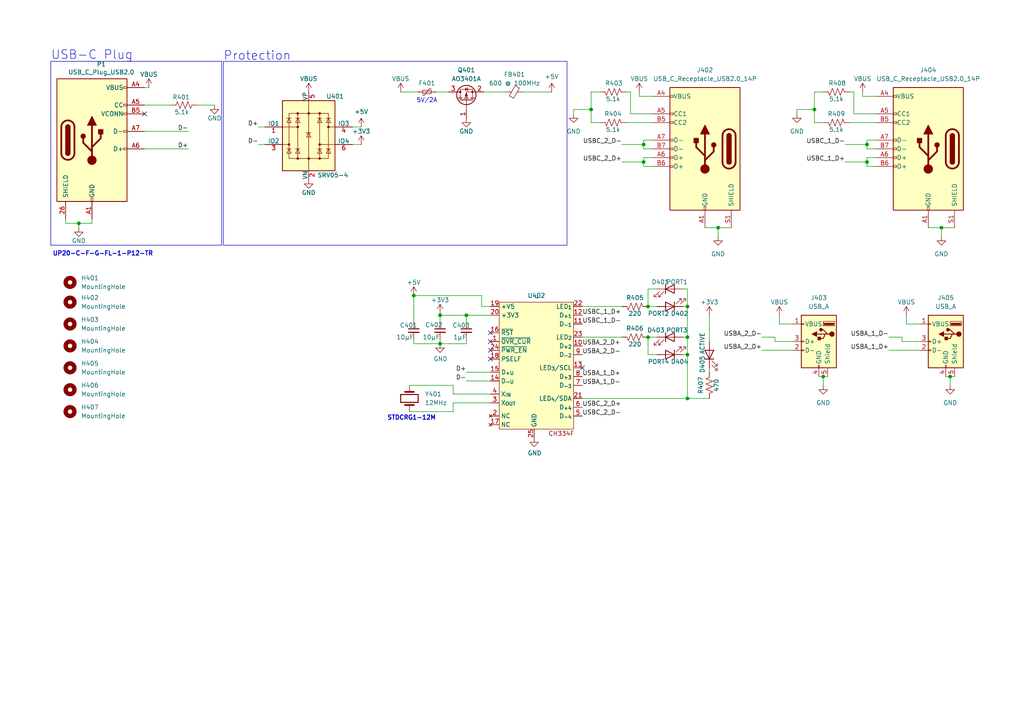
<source format=kicad_sch>
(kicad_sch (version 20250114) (generator "eeschema") (generator_version "9.0")
  (paper "A4")
  (lib_symbols
    (symbol "Connector:USB_A" (pin_names (offset 1.016))
      (property "Reference" "J" (at -5.08 11.43 0))
      (property "Value" "USB_A" (at -5.08 8.89 0))
      (symbol "USB_A_0_1"
        (rectangle (start -5.08 -7.62) (end 5.08 7.62) (stroke (width 0.254)) (fill (type background)))
        (circle (center -3.81 2.159) (radius 0.635) (stroke (width 0.254)) (fill (type outline)))
        (polyline (pts (xy -3.175 2.159) (xy -2.54 2.159) (xy -1.27 3.429) (xy -0.635 3.429)) (stroke (width 0.254)))
        (polyline (pts (xy -2.54 2.159) (xy -1.905 2.159) (xy -1.27 0.889) (xy 0 0.889)) (stroke (width 0.254)))
        (rectangle (start -1.524 4.826) (end -4.318 5.334) (fill (type outline)))
        (rectangle (start -1.27 4.572) (end -4.572 5.842))
        (circle (center -0.635 3.429) (radius 0.381) (stroke (width 0.254)) (fill (type outline)))
        (rectangle (start -0.127 -7.62) (end 0.127 -6.858))
        (rectangle (start 0.254 1.27) (end -0.508 0.508) (stroke (width 0.254)) (fill (type outline)))
        (polyline (pts (xy 0.635 2.794) (xy 0.635 1.524) (xy 1.905 2.159) (xy 0.635 2.794)) (stroke (width 0.254)) (fill (type outline)))
        (rectangle (start 5.08 4.953) (end 4.318 5.207))
        (rectangle (start 5.08 -0.127) (end 4.318 0.127))
        (rectangle (start 5.08 -2.667) (end 4.318 -2.413))
      )
      (symbol "USB_A_1_1"
        (polyline (pts (xy -1.905 2.159) (xy 0.635 2.159)) (stroke (width 0.254)))
        (pin passive line (at -2.54 -10.16 90) (length 2.54) (name "Shield") (number "5"))
        (pin power_in line (at 0 -10.16 90) (length 2.54) (name "GND") (number "4"))
        (pin power_in line (at 7.62 5.08 180) (length 2.54) (name "VBUS") (number "1"))
        (pin bidirectional line (at 7.62 0 180) (length 2.54) (name "D+") (number "3"))
        (pin bidirectional line (at 7.62 -2.54 180) (length 2.54) (name "D-") (number "2"))
      )
    )
    (symbol "Connector:USB_C_Receptacle_USB2.0_14P" (pin_names (offset 1.016))
      (property "Reference" "J" (at 0 22.225 0))
      (property "Value" "USB_C_Receptacle_USB2.0_14P" (at 0 19.685 0))
      (symbol "USB_C_Receptacle_USB2.0_14P_0_0"
        (rectangle (start -0.254 -17.78) (end 0.254 -16.764))
        (rectangle (start 10.16 15.494) (end 9.144 14.986))
        (rectangle (start 10.16 10.414) (end 9.144 9.906))
        (rectangle (start 10.16 7.874) (end 9.144 7.366))
        (rectangle (start 10.16 2.794) (end 9.144 2.286))
        (rectangle (start 10.16 0.254) (end 9.144 -0.254))
        (rectangle (start 10.16 -2.286) (end 9.144 -2.794))
        (rectangle (start 10.16 -4.826) (end 9.144 -5.334))
      )
      (symbol "USB_C_Receptacle_USB2.0_14P_0_1"
        (rectangle (start -10.16 17.78) (end 10.16 -17.78) (stroke (width 0.254)) (fill (type background)))
        (polyline (pts (xy -8.89 -3.81) (xy -8.89 3.81)) (stroke (width 0.508)))
        (rectangle (start -7.62 -3.81) (end -6.35 3.81) (stroke (width 0.254)) (fill (type outline)))
        (arc (start -7.62 3.81) (mid -6.985 4.4423) (end -6.35 3.81) (stroke (width 0.254)))
        (arc (start -7.62 3.81) (mid -6.985 4.4423) (end -6.35 3.81) (stroke (width 0.254)) (fill (type outline)))
        (arc (start -8.89 3.81) (mid -6.985 5.7067) (end -5.08 3.81) (stroke (width 0.508)))
        (arc (start -5.08 -3.81) (mid -6.985 -5.7067) (end -8.89 -3.81) (stroke (width 0.508)))
        (arc (start -6.35 -3.81) (mid -6.985 -4.4423) (end -7.62 -3.81) (stroke (width 0.254)))
        (arc (start -6.35 -3.81) (mid -6.985 -4.4423) (end -7.62 -3.81) (stroke (width 0.254)) (fill (type outline)))
        (polyline (pts (xy -5.08 3.81) (xy -5.08 -3.81)) (stroke (width 0.508)))
        (circle (center -2.54 1.143) (radius 0.635) (stroke (width 0.254)) (fill (type outline)))
        (polyline (pts (xy -1.27 4.318) (xy 0 6.858) (xy 1.27 4.318) (xy -1.27 4.318)) (stroke (width 0.254)) (fill (type outline)))
        (polyline (pts (xy 0 -2.032) (xy 2.54 0.508) (xy 2.54 1.778)) (stroke (width 0.508)))
        (polyline (pts (xy 0 -3.302) (xy -2.54 -0.762) (xy -2.54 0.508)) (stroke (width 0.508)))
        (polyline (pts (xy 0 -5.842) (xy 0 4.318)) (stroke (width 0.508)))
        (circle (center 0 -5.842) (radius 1.27) (fill (type outline)))
        (rectangle (start 1.905 1.778) (end 3.175 3.048) (stroke (width 0.254)) (fill (type outline)))
      )
      (symbol "USB_C_Receptacle_USB2.0_14P_1_1"
        (pin passive line (at -7.62 -22.86 90) (length 5.08) (name "SHIELD") (number "S1"))
        (pin passive line (at 0 -22.86 90) (length 5.08) (name "GND") (number "A1"))
        (pin passive line (at 0 -22.86 90) (length 5.08) (hide yes) (name "GND") (number "A12"))
        (pin passive line (at 0 -22.86 90) (length 5.08) (hide yes) (name "GND") (number "B1"))
        (pin passive line (at 0 -22.86 90) (length 5.08) (hide yes) (name "GND") (number "B12"))
        (pin passive line (at 15.24 15.24 180) (length 5.08) (name "VBUS") (number "A4"))
        (pin passive line (at 15.24 15.24 180) (length 5.08) (hide yes) (name "VBUS") (number "A9"))
        (pin passive line (at 15.24 15.24 180) (length 5.08) (hide yes) (name "VBUS") (number "B4"))
        (pin passive line (at 15.24 15.24 180) (length 5.08) (hide yes) (name "VBUS") (number "B9"))
        (pin bidirectional line (at 15.24 10.16 180) (length 5.08) (name "CC1") (number "A5"))
        (pin bidirectional line (at 15.24 7.62 180) (length 5.08) (name "CC2") (number "B5"))
        (pin bidirectional line (at 15.24 2.54 180) (length 5.08) (name "D-") (number "A7"))
        (pin bidirectional line (at 15.24 0 180) (length 5.08) (name "D-") (number "B7"))
        (pin bidirectional line (at 15.24 -2.54 180) (length 5.08) (name "D+") (number "A6"))
        (pin bidirectional line (at 15.24 -5.08 180) (length 5.08) (name "D+") (number "B6"))
      )
    )
    (symbol "Device:C_Small" (pin_numbers (hide yes)) (pin_names (offset 0.254) (hide yes))
      (property "Reference" "C" (at 0.254 1.778 0))
      (property "Value" "C_Small" (at 0.254 -2.032 0))
      (symbol "C_Small_0_1"
        (polyline (pts (xy -1.524 0.508) (xy 1.524 0.508)) (stroke (width 0.3048)))
        (polyline (pts (xy -1.524 -0.508) (xy 1.524 -0.508)) (stroke (width 0.3302)))
      )
      (symbol "C_Small_1_1"
        (pin passive line (at 0 2.54 270) (length 2.032) (name "~") (number "1"))
        (pin passive line (at 0 -2.54 90) (length 2.032) (name "~") (number "2"))
      )
    )
    (symbol "Device:Crystal" (pin_numbers (hide yes)) (pin_names (offset 1.016) (hide yes))
      (property "Reference" "Y" (at 0 3.81 0))
      (property "Value" "Crystal" (at 0 -3.81 0))
      (symbol "Crystal_0_1"
        (polyline (pts (xy -2.54 0) (xy -1.905 0)))
        (polyline (pts (xy -1.905 -1.27) (xy -1.905 1.27)) (stroke (width 0.508)))
        (rectangle (start -1.143 2.54) (end 1.143 -2.54) (stroke (width 0.3048)))
        (polyline (pts (xy 1.905 -1.27) (xy 1.905 1.27)) (stroke (width 0.508)))
        (polyline (pts (xy 2.54 0) (xy 1.905 0)))
      )
      (symbol "Crystal_1_1"
        (pin passive line (at -3.81 0 0) (length 1.27) (name "1") (number "1"))
        (pin passive line (at 3.81 0 180) (length 1.27) (name "2") (number "2"))
      )
    )
    (symbol "Device:FerriteBead_Small" (pin_numbers (hide yes)) (pin_names (offset 0))
      (property "Reference" "FB" (at 1.905 1.27 0))
      (property "Value" "FerriteBead_Small" (at 1.905 -1.27 0))
      (symbol "FerriteBead_Small_0_1"
        (polyline (pts (xy -1.8288 0.2794) (xy -1.1176 1.4986) (xy 1.8288 -0.2032) (xy 1.1176 -1.4224) (xy -1.8288 0.2794)))
        (polyline (pts (xy 0 0.889) (xy 0 1.2954)))
        (polyline (pts (xy 0 -1.27) (xy 0 -0.7874)))
      )
      (symbol "FerriteBead_Small_1_1"
        (pin passive line (at 0 2.54 270) (length 1.27) (name "~") (number "1"))
        (pin passive line (at 0 -2.54 90) (length 1.27) (name "~") (number "2"))
      )
    )
    (symbol "Device:LED" (pin_numbers (hide yes)) (pin_names (offset 1.016) (hide yes))
      (property "Reference" "D" (at 0 2.54 0))
      (property "Value" "LED" (at 0 -2.54 0))
      (symbol "LED_0_1"
        (polyline (pts (xy -3.048 -0.762) (xy -4.572 -2.286) (xy -3.81 -2.286) (xy -4.572 -2.286) (xy -4.572 -1.524)))
        (polyline (pts (xy -1.778 -0.762) (xy -3.302 -2.286) (xy -2.54 -2.286) (xy -3.302 -2.286) (xy -3.302 -1.524)))
        (polyline (pts (xy -1.27 0) (xy 1.27 0)))
        (polyline (pts (xy -1.27 -1.27) (xy -1.27 1.27)) (stroke (width 0.254)))
        (polyline (pts (xy 1.27 -1.27) (xy 1.27 1.27) (xy -1.27 0) (xy 1.27 -1.27)) (stroke (width 0.254)))
      )
      (symbol "LED_1_1"
        (pin passive line (at -3.81 0 0) (length 2.54) (name "K") (number "1"))
        (pin passive line (at 3.81 0 180) (length 2.54) (name "A") (number "2"))
      )
    )
    (symbol "Device:Polyfuse_Small" (pin_numbers (hide yes)) (pin_names (offset 0))
      (property "Reference" "F" (at -1.905 0 90))
      (property "Value" "Polyfuse_Small" (at 1.905 0 90))
      (symbol "Polyfuse_Small_0_1"
        (polyline (pts (xy -1.016 1.27) (xy -1.016 0.762) (xy 1.016 -0.762) (xy 1.016 -1.27)))
        (rectangle (start -0.508 1.27) (end 0.508 -1.27))
        (polyline (pts (xy 0 2.54) (xy 0 -2.54)))
      )
      (symbol "Polyfuse_Small_1_1"
        (pin passive line (at 0 2.54 270) (length 0.635) (name "~") (number "1"))
        (pin passive line (at 0 -2.54 90) (length 0.635) (name "~") (number "2"))
      )
    )
    (symbol "Device:R_US" (pin_numbers (hide yes)) (pin_names (offset 0))
      (property "Reference" "R" (at 2.54 0 90))
      (property "Value" "R_US" (at -2.54 0 90))
      (symbol "R_US_0_1"
        (polyline (pts (xy 0 2.286) (xy 0 2.54)))
        (polyline (pts (xy 0 2.286) (xy 1.016 1.905) (xy 0 1.524) (xy -1.016 1.143) (xy 0 0.762)))
        (polyline (pts (xy 0 0.762) (xy 1.016 0.381) (xy 0 0) (xy -1.016 -0.381) (xy 0 -0.762)))
        (polyline (pts (xy 0 -0.762) (xy 1.016 -1.143) (xy 0 -1.524) (xy -1.016 -1.905) (xy 0 -2.286)))
        (polyline (pts (xy 0 -2.286) (xy 0 -2.54)))
      )
      (symbol "R_US_1_1"
        (pin passive line (at 0 3.81 270) (length 1.27) (name "~") (number "1"))
        (pin passive line (at 0 -3.81 90) (length 1.27) (name "~") (number "2"))
      )
    )
    (symbol "JT_CH334F:CH334F"
      (property "Reference" "U" (at 0 2.54 0))
      (symbol "CH334F_0_1"
        (rectangle (start -10.16 1.27) (end 11.43 -35.56) (fill (type background)))
      )
      (symbol "CH334F_1_1"
        (text "CH334F" (at 7.874 -36.83 0) (effects (font (size 1.27 1.27))))
        (pin power_in line (at -12.7 0 0) (length 2.54) (name "+V5") (number "19"))
        (pin power_out line (at -12.7 -2.54 0) (length 2.54) (name "+3V3") (number "20"))
        (pin bidirectional line (at -12.7 -7.62 0) (length 2.54) (name "~{RST}") (number "16"))
        (pin bidirectional line (at -12.7 -10.16 0) (length 2.54) (name "~{OVR_CUR}") (number "1"))
        (pin bidirectional line (at -12.7 -12.7 0) (length 2.54) (name "~{PWR_EN}") (number "24"))
        (pin bidirectional line (at -12.7 -15.24 0) (length 2.54) (name "PSELF") (number "18"))
        (pin bidirectional line (at -12.7 -19.05 0) (length 2.54) (name "D_{+U}") (number "15"))
        (pin bidirectional line (at -12.7 -21.59 0) (length 2.54) (name "D_{-U}") (number "14"))
        (pin bidirectional line (at -12.7 -25.4 0) (length 2.54) (name "X_{IN}") (number "4"))
        (pin bidirectional line (at -12.7 -27.94 0) (length 2.54) (name "X_{OUT}") (number "3"))
        (pin no_connect line (at -12.7 -31.75 0) (length 2.54) (name "NC") (number "2"))
        (pin no_connect line (at -12.7 -34.29 0) (length 2.54) (name "NC") (number "17"))
        (pin power_in line (at 0 -38.1 90) (length 2.54) (name "GND") (number "25"))
        (pin bidirectional line (at 13.97 0 180) (length 2.54) (name "LED_{1}") (number "22"))
        (pin bidirectional line (at 13.97 -2.54 180) (length 2.54) (name "D_{+1}") (number "12"))
        (pin bidirectional line (at 13.97 -5.08 180) (length 2.54) (name "D_{-1}") (number "11"))
        (pin bidirectional line (at 13.97 -8.89 180) (length 2.54) (name "LED_{2}") (number "23"))
        (pin bidirectional line (at 13.97 -11.43 180) (length 2.54) (name "D_{+2}") (number "10"))
        (pin bidirectional line (at 13.97 -13.97 180) (length 2.54) (name "D_{-2}") (number "9"))
        (pin bidirectional line (at 13.97 -17.78 180) (length 2.54) (name "LED_{3}/SCL") (number "13"))
        (pin bidirectional line (at 13.97 -20.32 180) (length 2.54) (name "D_{+3}") (number "8"))
        (pin bidirectional line (at 13.97 -22.86 180) (length 2.54) (name "D_{-3}") (number "7"))
        (pin bidirectional line (at 13.97 -26.67 180) (length 2.54) (name "LED_{4}/SDA") (number "21"))
        (pin bidirectional line (at 13.97 -29.21 180) (length 2.54) (name "D_{+4}") (number "6"))
        (pin bidirectional line (at 13.97 -31.75 180) (length 2.54) (name "D_{-4}") (number "5"))
      )
    )
    (symbol "Mechanical:MountingHole" (pin_names (offset 1.016)) (exclude_from_sim yes) (in_bom no)
      (property "Reference" "H" (at 0 5.08 0))
      (property "Value" "MountingHole" (at 0 3.175 0))
      (symbol "MountingHole_0_1"
        (circle (center 0 0) (radius 1.27) (stroke (width 1.27)))
      )
    )
    (symbol "Power_Protection:SRV05-4" (pin_names (offset 0))
      (property "Reference" "U" (at -5.08 11.43 0))
      (property "Value" "SRV05-4" (at 2.54 11.43 0))
      (symbol "SRV05-4_0_0"
        (rectangle (start -5.715 6.477) (end 5.715 -6.604))
        (polyline (pts (xy -3.175 -6.604) (xy -3.175 6.477)))
        (polyline (pts (xy 3.175 6.477) (xy 3.175 -6.604)))
      )
      (symbol "SRV05-4_0_1"
        (polyline (pts (xy -7.747 2.54) (xy -3.175 2.54)))
        (rectangle (start -7.62 10.16) (end 7.62 -10.16) (stroke (width 0.254)) (fill (type background)))
        (polyline (pts (xy -7.62 -2.54) (xy -5.715 -2.54)))
        (circle (center -5.715 -2.54) (radius 0.2794) (fill (type outline)))
        (polyline (pts (xy -5.08 5.08) (xy -6.35 5.08)))
        (polyline (pts (xy -5.08 3.81) (xy -6.35 3.81) (xy -5.715 5.08) (xy -5.08 3.81)))
        (polyline (pts (xy -5.08 -3.81) (xy -6.35 -3.81)))
        (polyline (pts (xy -5.08 -5.08) (xy -6.35 -5.08) (xy -5.715 -3.81) (xy -5.08 -5.08)))
        (circle (center -3.175 6.477) (radius 0.2794) (fill (type outline)))
        (circle (center -3.175 2.54) (radius 0.2794) (fill (type outline)))
        (circle (center -3.175 -6.604) (radius 0.2794) (fill (type outline)))
        (polyline (pts (xy -2.54 5.08) (xy -3.81 5.08)))
        (polyline (pts (xy -2.54 3.81) (xy -3.81 3.81) (xy -3.175 5.08) (xy -2.54 3.81)))
        (polyline (pts (xy -2.54 -3.81) (xy -3.81 -3.81)))
        (polyline (pts (xy -2.54 -5.08) (xy -3.81 -5.08) (xy -3.175 -3.81) (xy -2.54 -5.08)))
        (polyline (pts (xy 0 10.16) (xy 0 -10.16)))
        (circle (center 0 6.477) (radius 0.2794) (fill (type outline)))
        (circle (center 0 -6.604) (radius 0.2794) (fill (type outline)))
        (polyline (pts (xy 0.635 0.889) (xy -0.635 0.889) (xy -0.635 0.635)))
        (polyline (pts (xy 0.635 -0.381) (xy -0.635 -0.381) (xy 0 0.889) (xy 0.635 -0.381)))
        (circle (center 3.175 6.477) (radius 0.2794) (fill (type outline)))
        (circle (center 3.175 -2.54) (radius 0.2794) (fill (type outline)))
        (circle (center 3.175 -6.604) (radius 0.2794) (fill (type outline)))
        (polyline (pts (xy 3.81 5.08) (xy 2.54 5.08)))
        (polyline (pts (xy 3.81 3.81) (xy 2.54 3.81) (xy 3.175 5.08) (xy 3.81 3.81)))
        (polyline (pts (xy 3.81 -3.81) (xy 2.54 -3.81)))
        (polyline (pts (xy 3.81 -5.08) (xy 2.54 -5.08) (xy 3.175 -3.81) (xy 3.81 -5.08)))
        (circle (center 5.715 2.54) (radius 0.2794) (fill (type outline)))
        (polyline (pts (xy 6.35 5.08) (xy 5.08 5.08)))
        (polyline (pts (xy 6.35 3.81) (xy 5.08 3.81) (xy 5.715 5.08) (xy 6.35 3.81)))
        (polyline (pts (xy 6.35 -3.81) (xy 5.08 -3.81)))
        (polyline (pts (xy 6.35 -5.08) (xy 5.08 -5.08) (xy 5.715 -3.81) (xy 6.35 -5.08)))
        (polyline (pts (xy 7.62 2.54) (xy 5.715 2.54)))
        (polyline (pts (xy 7.62 -2.54) (xy 3.175 -2.54)))
      )
      (symbol "SRV05-4_1_1"
        (pin passive line (at -12.7 2.54 0) (length 5.08) (name "IO1") (number "1"))
        (pin passive line (at -12.7 -2.54 0) (length 5.08) (name "IO2") (number "3"))
        (pin passive line (at 0 12.7 270) (length 2.54) (name "VP") (number "5"))
        (pin passive line (at 0 -12.7 90) (length 2.54) (name "VN") (number "2"))
        (pin passive line (at 12.7 2.54 180) (length 5.08) (name "IO3") (number "4"))
        (pin passive line (at 12.7 -2.54 180) (length 5.08) (name "IO4") (number "6"))
      )
    )
    (symbol "Transistor_FET:AO3401A" (pin_names (hide yes))
      (property "Reference" "Q" (at 5.08 1.905 0))
      (property "Value" "AO3401A" (at 5.08 0 0))
      (symbol "AO3401A_0_1"
        (polyline (pts (xy 0.254 1.905) (xy 0.254 -1.905)) (stroke (width 0.254)))
        (polyline (pts (xy 0.254 0) (xy -2.54 0)))
        (polyline (pts (xy 0.762 2.286) (xy 0.762 1.27)) (stroke (width 0.254)))
        (polyline (pts (xy 0.762 1.778) (xy 3.302 1.778) (xy 3.302 -1.778) (xy 0.762 -1.778)))
        (polyline (pts (xy 0.762 0.508) (xy 0.762 -0.508)) (stroke (width 0.254)))
        (polyline (pts (xy 0.762 -1.27) (xy 0.762 -2.286)) (stroke (width 0.254)))
        (circle (center 1.651 0) (radius 2.794) (stroke (width 0.254)))
        (polyline (pts (xy 2.286 0) (xy 1.27 0.381) (xy 1.27 -0.381) (xy 2.286 0)) (fill (type outline)))
        (polyline (pts (xy 2.54 2.54) (xy 2.54 1.778)))
        (circle (center 2.54 1.778) (radius 0.254) (fill (type outline)))
        (circle (center 2.54 -1.778) (radius 0.254) (fill (type outline)))
        (polyline (pts (xy 2.54 -2.54) (xy 2.54 0) (xy 0.762 0)))
        (polyline (pts (xy 2.794 -0.508) (xy 2.921 -0.381) (xy 3.683 -0.381) (xy 3.81 -0.254)))
        (polyline (pts (xy 3.302 -0.381) (xy 2.921 0.254) (xy 3.683 0.254) (xy 3.302 -0.381)))
      )
      (symbol "AO3401A_1_1"
        (pin input line (at -5.08 0 0) (length 2.54) (name "G") (number "1"))
        (pin passive line (at 2.54 5.08 270) (length 2.54) (name "D") (number "3"))
        (pin passive line (at 2.54 -5.08 90) (length 2.54) (name "S") (number "2"))
      )
    )
    (symbol "_mykicadlib:USB_C_Plug_USB2.0" (pin_names (offset 1.016))
      (property "Reference" "USB1" (at 3.2894 21.59 0))
      (property "Value" "TYPEC-951-ARP24" (at 3.2894 19.05 0))
      (symbol "USB_C_Plug_USB2.0_0_0"
        (rectangle (start -0.254 -17.78) (end 0.254 -16.764))
        (rectangle (start 10.16 15.494) (end 9.144 14.986))
        (rectangle (start 10.16 10.414) (end 9.144 9.906))
        (rectangle (start 10.16 7.874) (end 9.144 7.366))
        (rectangle (start 10.16 2.794) (end 9.144 2.286))
        (rectangle (start 10.16 -2.286) (end 9.144 -2.794))
      )
      (symbol "USB_C_Plug_USB2.0_0_1"
        (rectangle (start -10.16 17.78) (end 10.16 -17.78) (stroke (width 0.254)) (fill (type background)))
        (polyline (pts (xy -8.89 -3.81) (xy -8.89 3.81)) (stroke (width 0.508)))
        (rectangle (start -7.62 -3.81) (end -6.35 3.81) (stroke (width 0.254)) (fill (type outline)))
        (arc (start -7.62 3.81) (mid -6.985 4.4423) (end -6.35 3.81) (stroke (width 0.254)))
        (arc (start -7.62 3.81) (mid -6.985 4.4423) (end -6.35 3.81) (stroke (width 0.254)) (fill (type outline)))
        (arc (start -8.89 3.81) (mid -6.985 5.7067) (end -5.08 3.81) (stroke (width 0.508)))
        (arc (start -5.08 -3.81) (mid -6.985 -5.7067) (end -8.89 -3.81) (stroke (width 0.508)))
        (arc (start -6.35 -3.81) (mid -6.985 -4.4423) (end -7.62 -3.81) (stroke (width 0.254)))
        (arc (start -6.35 -3.81) (mid -6.985 -4.4423) (end -7.62 -3.81) (stroke (width 0.254)) (fill (type outline)))
        (polyline (pts (xy -5.08 3.81) (xy -5.08 -3.81)) (stroke (width 0.508)))
        (circle (center -2.54 1.143) (radius 0.635) (stroke (width 0.254)) (fill (type outline)))
        (polyline (pts (xy -1.27 4.318) (xy 0 6.858) (xy 1.27 4.318) (xy -1.27 4.318)) (stroke (width 0.254)) (fill (type outline)))
        (polyline (pts (xy 0 -2.032) (xy 2.54 0.508) (xy 2.54 1.778)) (stroke (width 0.508)))
        (polyline (pts (xy 0 -3.302) (xy -2.54 -0.762) (xy -2.54 0.508)) (stroke (width 0.508)))
        (polyline (pts (xy 0 -5.842) (xy 0 4.318)) (stroke (width 0.508)))
        (circle (center 0 -5.842) (radius 1.27) (fill (type outline)))
        (rectangle (start 1.905 1.778) (end 3.175 3.048) (stroke (width 0.254)) (fill (type outline)))
      )
      (symbol "USB_C_Plug_USB2.0_1_1"
        (pin passive line (at -7.62 -22.86 90) (length 5.08) (hide yes) (name "SHIELD") (number "25"))
        (pin passive line (at -7.62 -22.86 90) (length 5.08) (name "SHIELD") (number "26"))
        (pin passive line (at 0 -22.86 90) (length 5.08) (name "GND") (number "A1"))
        (pin passive line (at 0 -22.86 90) (length 5.08) (hide yes) (name "GND") (number "A12"))
        (pin passive line (at 0 -22.86 90) (length 5.08) (hide yes) (name "GND") (number "B1"))
        (pin passive line (at 0 -22.86 90) (length 5.08) (hide yes) (name "GND") (number "B12"))
        (pin passive line (at 15.24 15.24 180) (length 5.08) (name "VBUS") (number "A4"))
        (pin passive line (at 15.24 15.24 180) (length 5.08) (hide yes) (name "VBUS") (number "A9"))
        (pin passive line (at 15.24 15.24 180) (length 5.08) (hide yes) (name "VBUS") (number "B4"))
        (pin passive line (at 15.24 15.24 180) (length 5.08) (hide yes) (name "VBUS") (number "B9"))
        (pin bidirectional line (at 15.24 10.16 180) (length 5.08) (name "CC") (number "A5"))
        (pin bidirectional line (at 15.24 7.62 180) (length 5.08) (name "VCONN") (number "B5"))
        (pin bidirectional line (at 15.24 2.54 180) (length 5.08) (name "D-") (number "A7"))
        (pin bidirectional line (at 15.24 -2.54 180) (length 5.08) (name "D+") (number "A6"))
      )
    )
    (symbol "power:+3V3" (power) (pin_numbers (hide yes)) (pin_names (offset 0) (hide yes))
      (property "Value" "+3V3" (at 0 3.556 0))
      (symbol "+3V3_0_1"
        (polyline (pts (xy -0.762 1.27) (xy 0 2.54)))
        (polyline (pts (xy 0 2.54) (xy 0.762 1.27)))
        (polyline (pts (xy 0 0) (xy 0 2.54)))
      )
      (symbol "+3V3_1_1"
        (pin power_in line (at 0 0 90) (length 0) (name "~") (number "1"))
      )
    )
    (symbol "power:+5V" (power) (pin_numbers (hide yes)) (pin_names (offset 0) (hide yes))
      (property "Value" "+5V" (at 0 3.556 0))
      (symbol "+5V_0_1"
        (polyline (pts (xy -0.762 1.27) (xy 0 2.54)))
        (polyline (pts (xy 0 2.54) (xy 0.762 1.27)))
        (polyline (pts (xy 0 0) (xy 0 2.54)))
      )
      (symbol "+5V_1_1"
        (pin power_in line (at 0 0 90) (length 0) (name "~") (number "1"))
      )
    )
    (symbol "power:GND" (power) (pin_names (offset 0))
      (property "Value" "GND" (at 0 -3.81 0))
      (symbol "GND_0_1"
        (polyline (pts (xy 0 0) (xy 0 -1.27) (xy 1.27 -1.27) (xy 0 -2.54) (xy -1.27 -1.27) (xy 0 -1.27)))
      )
      (symbol "GND_1_1"
        (pin power_in line (at 0 0 270) (length 0) (hide yes) (name "GND") (number "1"))
      )
    )
    (symbol "power:VBUS" (power) (pin_names (offset 0))
      (property "Value" "VBUS" (at 0 3.81 0))
      (symbol "VBUS_0_1"
        (polyline (pts (xy -0.762 1.27) (xy 0 2.54)))
        (polyline (pts (xy 0 2.54) (xy 0.762 1.27)))
        (polyline (pts (xy 0 0) (xy 0 2.54)))
      )
      (symbol "VBUS_1_1"
        (pin power_in line (at 0 0 90) (length 0) (hide yes) (name "VBUS") (number "1"))
      )
    )
  )
  (rectangle (start 64.77 17.78) (end 164.465 71.12))
  (rectangle (start 14.732 17.78) (end 64.262 71.12))
  (text "STDCRG1-12M\n" (at 119.38 121.285 0) (effects (font (size 1.27 1.27) (thickness 0.254) (bold yes))))
  (text "Protection" (at 64.77 17.78 0) (effects (font (size 2.54 2.54)) (justify left bottom)))
  (text "UP20-C-F-G-FL-1-P12-TR" (at 29.845 73.66 0) (effects (font (size 1.27 1.27) (thickness 0.254) (bold yes))))
  (text "5V/2A" (at 123.825 29.21 0) (effects (font (size 1.27 1.27))))
  (text "USB-C Plug" (at 14.732 17.526 0) (effects (font (size 2.54 2.54)) (justify left bottom)))
  (junction (at 186.69 41.91))
  (junction (at 199.39 115.57))
  (junction (at 236.22 31.75))
  (junction (at 171.45 31.75))
  (junction (at 199.39 102.87))
  (junction (at 238.76 109.22))
  (junction (at 273.05 66.04))
  (junction (at 186.69 46.99))
  (junction (at 135.255 91.44))
  (junction (at 208.28 66.04))
  (junction (at 120.015 85.725))
  (junction (at 127.635 91.44))
  (junction (at 251.46 46.99))
  (junction (at 187.96 97.79))
  (junction (at 275.59 109.22))
  (junction (at 187.96 88.9))
  (junction (at 22.86 64.77))
  (junction (at 251.46 41.91))
  (junction (at 127.635 99.695))
  (junction (at 199.39 97.79))
  (junction (at 199.39 88.9))
  (no_connect (at 41.91 33.02))
  (no_connect (at 168.91 106.68))
  (no_connect (at 142.24 99.06))
  (no_connect (at 142.24 104.14))
  (no_connect (at 142.24 101.6))
  (no_connect (at 142.24 96.52))
  (wire (pts (xy 127.635 91.44) (xy 135.255 91.44)))
  (wire (pts (xy 131.445 116.84) (xy 142.24 116.84)))
  (wire (pts (xy 251.46 46.99) (xy 245.11 46.99)))
  (wire (pts (xy 74.93 41.91) (xy 76.835 41.91)))
  (wire (pts (xy 187.96 83.82) (xy 187.96 88.9)))
  (wire (pts (xy 186.69 41.91) (xy 180.34 41.91)))
  (wire (pts (xy 208.28 66.04) (xy 204.47 66.04)))
  (wire (pts (xy 182.88 33.02) (xy 189.23 33.02)))
  (wire (pts (xy 199.39 115.57) (xy 199.39 102.87)))
  (wire (pts (xy 189.23 45.72) (xy 186.69 45.72)))
  (wire (pts (xy 126.365 26.67) (xy 130.175 26.67)))
  (wire (pts (xy 186.69 40.64) (xy 186.69 41.91)))
  (wire (pts (xy 247.65 33.02) (xy 254 33.02)))
  (wire (pts (xy 251.46 46.99) (xy 251.46 48.26)))
  (wire (pts (xy 187.96 83.82) (xy 190.5 83.82)))
  (wire (pts (xy 276.86 109.22) (xy 275.59 109.22)))
  (wire (pts (xy 182.88 26.67) (xy 182.88 33.02)))
  (wire (pts (xy 74.93 36.83) (xy 76.835 36.83)))
  (wire (pts (xy 251.46 43.18) (xy 254 43.18)))
  (wire (pts (xy 276.86 66.04) (xy 273.05 66.04)))
  (wire (pts (xy 131.445 119.38) (xy 131.445 116.84)))
  (wire (pts (xy 120.015 99.695) (xy 127.635 99.695)))
  (wire (pts (xy 120.015 85.725) (xy 120.015 93.345)))
  (wire (pts (xy 41.91 30.48) (xy 49.53 30.48)))
  (wire (pts (xy 140.335 26.67) (xy 146.685 26.67)))
  (wire (pts (xy 168.91 88.9) (xy 180.34 88.9)))
  (wire (pts (xy 238.76 26.67) (xy 236.22 26.67)))
  (wire (pts (xy 189.23 35.56) (xy 181.61 35.56)))
  (wire (pts (xy 187.96 97.79) (xy 190.5 97.79)))
  (wire (pts (xy 254 45.72) (xy 251.46 45.72)))
  (wire (pts (xy 199.39 102.87) (xy 198.12 102.87)))
  (wire (pts (xy 135.255 93.345) (xy 135.255 91.44)))
  (wire (pts (xy 186.69 46.99) (xy 186.69 48.26)))
  (wire (pts (xy 212.09 66.04) (xy 208.28 66.04)))
  (wire (pts (xy 251.46 41.91) (xy 245.11 41.91)))
  (wire (pts (xy 261.62 99.06) (xy 261.62 97.79)))
  (wire (pts (xy 261.62 97.79) (xy 257.81 97.79)))
  (wire (pts (xy 186.69 41.91) (xy 186.69 43.18)))
  (wire (pts (xy 186.69 43.18) (xy 189.23 43.18)))
  (wire (pts (xy 173.99 26.67) (xy 171.45 26.67)))
  (wire (pts (xy 236.22 26.67) (xy 236.22 31.75)))
  (wire (pts (xy 251.46 41.91) (xy 251.46 43.18)))
  (wire (pts (xy 273.05 66.04) (xy 269.24 66.04)))
  (wire (pts (xy 135.255 107.95) (xy 142.24 107.95)))
  (wire (pts (xy 168.91 115.57) (xy 199.39 115.57)))
  (wire (pts (xy 120.015 99.695) (xy 120.015 98.425)))
  (wire (pts (xy 139.7 85.725) (xy 120.015 85.725)))
  (wire (pts (xy 186.69 45.72) (xy 186.69 46.99)))
  (wire (pts (xy 171.45 26.67) (xy 171.45 31.75)))
  (wire (pts (xy 229.87 93.98) (xy 226.06 93.98)))
  (wire (pts (xy 205.74 91.44) (xy 205.74 99.06)))
  (wire (pts (xy 118.745 119.38) (xy 131.445 119.38)))
  (wire (pts (xy 199.39 88.9) (xy 199.39 97.79)))
  (wire (pts (xy 139.7 88.9) (xy 139.7 85.725)))
  (wire (pts (xy 251.46 40.64) (xy 251.46 41.91)))
  (wire (pts (xy 187.96 102.87) (xy 187.96 97.79)))
  (wire (pts (xy 171.45 35.56) (xy 173.99 35.56)))
  (wire (pts (xy 236.22 35.56) (xy 238.76 35.56)))
  (wire (pts (xy 266.7 101.6) (xy 257.81 101.6)))
  (wire (pts (xy 231.14 31.75) (xy 231.14 33.02)))
  (wire (pts (xy 275.59 109.22) (xy 275.59 111.76)))
  (wire (pts (xy 57.15 30.48) (xy 62.23 30.48)))
  (wire (pts (xy 139.7 88.9) (xy 142.24 88.9)))
  (wire (pts (xy 22.86 64.77) (xy 19.05 64.77)))
  (wire (pts (xy 208.28 66.04) (xy 208.28 68.58)))
  (wire (pts (xy 229.87 101.6) (xy 220.98 101.6)))
  (wire (pts (xy 247.65 26.67) (xy 247.65 33.02)))
  (wire (pts (xy 199.39 97.79) (xy 199.39 102.87)))
  (wire (pts (xy 171.45 31.75) (xy 171.45 35.56)))
  (wire (pts (xy 142.24 114.3) (xy 131.445 114.3)))
  (wire (pts (xy 104.775 41.91) (xy 102.235 41.91)))
  (wire (pts (xy 254 27.94) (xy 250.19 27.94)))
  (wire (pts (xy 254 35.56) (xy 246.38 35.56)))
  (wire (pts (xy 41.91 25.4) (xy 43.18 25.4)))
  (wire (pts (xy 251.46 45.72) (xy 251.46 46.99)))
  (wire (pts (xy 224.79 99.06) (xy 224.79 97.79)))
  (wire (pts (xy 127.635 90.805) (xy 127.635 91.44)))
  (wire (pts (xy 189.23 48.26) (xy 186.69 48.26)))
  (wire (pts (xy 41.91 43.18) (xy 54.61 43.18)))
  (wire (pts (xy 190.5 88.9) (xy 187.96 88.9)))
  (wire (pts (xy 240.03 109.22) (xy 238.76 109.22)))
  (wire (pts (xy 238.76 109.22) (xy 237.49 109.22)))
  (wire (pts (xy 116.205 26.67) (xy 121.285 26.67)))
  (wire (pts (xy 186.69 46.99) (xy 180.34 46.99)))
  (wire (pts (xy 266.7 93.98) (xy 262.89 93.98)))
  (wire (pts (xy 236.22 31.75) (xy 231.14 31.75)))
  (wire (pts (xy 104.775 36.83) (xy 102.235 36.83)))
  (wire (pts (xy 151.765 26.67) (xy 160.02 26.67)))
  (wire (pts (xy 190.5 102.87) (xy 187.96 102.87)))
  (wire (pts (xy 185.42 26.67) (xy 185.42 27.94)))
  (wire (pts (xy 198.12 88.9) (xy 199.39 88.9)))
  (wire (pts (xy 171.45 31.75) (xy 166.37 31.75)))
  (wire (pts (xy 254 40.64) (xy 251.46 40.64)))
  (wire (pts (xy 199.39 115.57) (xy 205.74 115.57)))
  (wire (pts (xy 266.7 99.06) (xy 261.62 99.06)))
  (wire (pts (xy 254 48.26) (xy 251.46 48.26)))
  (wire (pts (xy 198.12 83.82) (xy 199.39 83.82)))
  (wire (pts (xy 166.37 31.75) (xy 166.37 33.02)))
  (wire (pts (xy 273.05 66.04) (xy 273.05 68.58)))
  (wire (pts (xy 131.445 111.76) (xy 118.745 111.76)))
  (wire (pts (xy 135.255 110.49) (xy 142.24 110.49)))
  (wire (pts (xy 198.12 97.79) (xy 199.39 97.79)))
  (wire (pts (xy 127.635 99.695) (xy 127.635 98.425)))
  (wire (pts (xy 262.89 91.44) (xy 262.89 93.98)))
  (wire (pts (xy 189.23 40.64) (xy 186.69 40.64)))
  (wire (pts (xy 26.67 64.77) (xy 26.67 63.5)))
  (wire (pts (xy 226.06 91.44) (xy 226.06 93.98)))
  (wire (pts (xy 22.86 66.04) (xy 22.86 64.77)))
  (wire (pts (xy 229.87 99.06) (xy 224.79 99.06)))
  (wire (pts (xy 224.79 97.79) (xy 220.98 97.79)))
  (wire (pts (xy 19.05 64.77) (xy 19.05 63.5)))
  (wire (pts (xy 247.65 26.67) (xy 246.38 26.67)))
  (wire (pts (xy 236.22 31.75) (xy 236.22 35.56)))
  (wire (pts (xy 250.19 26.67) (xy 250.19 27.94)))
  (wire (pts (xy 275.59 109.22) (xy 274.32 109.22)))
  (wire (pts (xy 168.91 97.79) (xy 180.34 97.79)))
  (wire (pts (xy 205.74 106.68) (xy 205.74 107.95)))
  (wire (pts (xy 131.445 114.3) (xy 131.445 111.76)))
  (wire (pts (xy 41.91 38.1) (xy 54.61 38.1)))
  (wire (pts (xy 182.88 26.67) (xy 181.61 26.67)))
  (wire (pts (xy 135.255 91.44) (xy 142.24 91.44)))
  (wire (pts (xy 189.23 27.94) (xy 185.42 27.94)))
  (wire (pts (xy 199.39 83.82) (xy 199.39 88.9)))
  (wire (pts (xy 135.255 99.695) (xy 135.255 98.425)))
  (wire (pts (xy 22.86 64.77) (xy 26.67 64.77)))
  (wire (pts (xy 127.635 99.695) (xy 135.255 99.695)))
  (wire (pts (xy 127.635 93.345) (xy 127.635 91.44)))
  (wire (pts (xy 238.76 109.22) (xy 238.76 111.76)))
  (label "D-" (at 74.93 41.91 180))
  (label "USBC_2_D+" (at 168.91 118.11 0))
  (label "USBA_2_D+" (at 168.91 100.33 0))
  (label "USBC_1_D+" (at 245.11 46.99 180))
  (label "USBC_2_D-" (at 168.91 120.65 0))
  (label "D+" (at 135.255 107.95 180))
  (label "USBA_2_D-" (at 220.98 97.79 180))
  (label "USBA_1_D-" (at 168.91 111.76 0))
  (label "USBA_1_D+" (at 257.81 101.6 180))
  (label "USBC_2_D-" (at 180.34 41.91 180))
  (label "D+" (at 74.93 36.83 180))
  (label "USBC_1_D-" (at 245.11 41.91 180))
  (label "USBA_2_D+" (at 220.98 101.6 180))
  (label "USBC_1_D+" (at 168.91 91.44 0))
  (label "USBA_2_D-" (at 168.91 102.87 0))
  (label "USBA_1_D-" (at 257.81 97.79 180))
  (label "USBC_2_D+" (at 180.34 46.99 180))
  (label "D+" (at 54.61 43.18 180))
  (label "USBC_1_D-" (at 168.91 93.98 0))
  (label "D-" (at 54.61 38.1 180))
  (label "USBA_1_D+" (at 168.91 109.22 0))
  (label "D-" (at 135.255 110.49 180))
  (symbol (lib_id "power:VBUS") (at 226.06 91.44 0) (unit 1)
    (property "Reference" "#PWR0419" (effects (hide yes)))
    (property "Value" "VBUS" (at 226.06 87.63 0))
    (property "Description" "Power symbol creates a global label with name \"VBUS\"" (effects (hide yes)))
  )
  (symbol (lib_id "Device:FerriteBead_Small") (at 149.225 26.67 90) (unit 1)
    (property "Reference" "FB401" (at 149.225 21.59 90))
    (property "Value" "600 @ 100MHz" (at 149.225 24.13 90))
    (property "Footprint" "Resistor_SMD:R_0805_2012Metric_Pad1.20x1.40mm_HandSolder" (effects (hide yes)))
  )
  (symbol (lib_id "Mechanical:MountingHole") (at 20.32 100.33 0) (unit 1) (exclude_from_sim yes) (in_bom no)
    (property "Reference" "H404" (at 23.495 99.0599 0) (effects (justify left)))
    (property "Value" "MountingHole" (at 23.495 101.5999 0) (effects (justify left)))
    (property "Footprint" "MountingHole:MountingHole_2.2mm_M2" (effects (hide yes)))
    (property "Description" "Mounting Hole without connection" (effects (hide yes)))
  )
  (symbol (lib_id "Device:R_US") (at 242.57 35.56 270) (mirror x) (unit 1)
    (property "Reference" "R409" (at 242.57 33.02 90))
    (property "Value" "5.1k" (at 242.57 37.592 90))
    (property "Footprint" "Resistor_SMD:R_0603_1608Metric" (effects (hide yes)))
    (property "Description" "Resistor, US symbol" (effects (hide yes)))
  )
  (symbol (lib_id "power:VBUS") (at 43.18 25.4 0) (unit 1)
    (property "Reference" "#PWR0402" (effects (hide yes)))
    (property "Value" "VBUS" (at 43.18 21.59 0))
    (property "Description" "Power symbol creates a global label with name \"VBUS\"" (effects (hide yes)))
  )
  (symbol (lib_id "power:GND") (at 273.05 68.58 0) (mirror y) (unit 1)
    (property "Reference" "#PWR0424" (effects (hide yes)))
    (property "Value" "GND" (at 273.05 73.66 0))
    (property "Description" "Power symbol creates a global label with name \"GND\" , ground" (effects (hide yes)))
  )
  (symbol (lib_id "Device:Crystal") (at 118.745 115.57 90) (unit 1)
    (property "Reference" "Y401" (at 123.19 114.2999 90) (effects (justify right)))
    (property "Value" "12MHz" (at 123.19 116.8399 90) (effects (justify right)))
    (property "Footprint" "Crystal:Crystal_SMD_3225-4Pin_3.2x2.5mm" (effects (hide yes)))
    (property "Description" "Two pin crystal" (effects (hide yes)))
  )
  (symbol (lib_id "power:GND") (at 89.535 52.07 0) (unit 1)
    (property "Reference" "#PWR0405" (effects (hide yes)))
    (property "Value" "GND" (at 89.535 55.88 0))
  )
  (symbol (lib_id "Mechanical:MountingHole") (at 20.32 106.68 0) (unit 1) (exclude_from_sim yes) (in_bom no)
    (property "Reference" "H405" (at 23.495 105.4099 0) (effects (justify left)))
    (property "Value" "MountingHole" (at 23.495 107.9499 0) (effects (justify left)))
    (property "Footprint" "MountingHole:MountingHole_2.2mm_M2" (effects (hide yes)))
    (property "Description" "Mounting Hole without connection" (effects (hide yes)))
  )
  (symbol (lib_id "Device:Polyfuse_Small") (at 123.825 26.67 90) (unit 1)
    (property "Reference" "F401" (at 123.825 24.13 90))
    (property "Value" "SMD0805B110TF" (effects (hide yes)))
    (property "Footprint" "Fuse:Fuse_0805_2012Metric" (effects (hide yes)))
  )
  (symbol (lib_id "power:GND") (at 154.94 127 0) (unit 1)
    (property "Reference" "#PWR0413" (effects (hide yes)))
    (property "Value" "GND" (at 155.067 131.3942 0))
  )
  (symbol (lib_id "power:+5V") (at 160.02 26.67 0) (unit 1)
    (property "Reference" "#PWR0414" (effects (hide yes)))
    (property "Value" "+5V" (at 160.02 22.225 0))
    (property "Description" "Power symbol creates a global label with name \"+5V\"" (effects (hide yes)))
  )
  (symbol (lib_id "power:+5V") (at 104.775 36.83 0) (unit 1)
    (property "Reference" "#PWR0406" (effects (hide yes)))
    (property "Value" "+5V" (at 104.775 32.385 0))
    (property "Description" "Power symbol creates a global label with name \"+5V\"" (effects (hide yes)))
  )
  (symbol (lib_id "power:VBUS") (at 262.89 91.44 0) (unit 1)
    (property "Reference" "#PWR0423" (effects (hide yes)))
    (property "Value" "VBUS" (at 262.89 87.63 0))
    (property "Description" "Power symbol creates a global label with name \"VBUS\"" (effects (hide yes)))
  )
  (symbol (lib_id "power:GND") (at 127.635 99.695 0) (unit 1)
    (property "Reference" "#PWR0411" (effects (hide yes)))
    (property "Value" "GND" (at 127.762 104.0892 0))
  )
  (symbol (lib_id "power:VBUS") (at 250.19 26.67 0) (unit 1)
    (property "Reference" "#PWR0422" (effects (hide yes)))
    (property "Value" "VBUS" (at 250.19 22.86 0))
    (property "Description" "Power symbol creates a global label with name \"VBUS\"" (effects (hide yes)))
  )
  (symbol (lib_id "Device:R_US") (at 184.15 88.9 270) (mirror x) (unit 1)
    (property "Reference" "R405" (at 184.15 86.36 90))
    (property "Value" "220" (at 184.15 90.932 90))
    (property "Footprint" "Resistor_SMD:R_0603_1608Metric" (effects (hide yes)))
    (property "Description" "Resistor, US symbol" (effects (hide yes)))
  )
  (symbol (lib_id "power:GND") (at 135.255 34.29 0) (unit 1)
    (property "Reference" "#PWR0412" (effects (hide yes)))
    (property "Value" "GND" (at 135.255 38.1 0))
  )
  (symbol (lib_id "power:+5V") (at 120.015 85.725 0) (unit 1)
    (property "Reference" "#PWR0409" (effects (hide yes)))
    (property "Value" "+5V" (at 120.015 81.915 0))
    (property "Description" "Power symbol creates a global label with name \"+5V\"" (effects (hide yes)))
  )
  (symbol (lib_id "Device:R_US") (at 53.34 30.48 90) (unit 1)
    (property "Reference" "R401" (at 55.118 28.194 90) (effects (justify left)))
    (property "Value" "5.1k" (at 54.864 32.512 90) (effects (justify left)))
    (property "Footprint" "Resistor_SMD:R_0603_1608Metric_Pad0.98x0.95mm_HandSolder" (effects (hide yes)))
    (property "Description" "Resistor, US symbol" (effects (hide yes)))
  )
  (symbol (lib_id "Power_Protection:SRV05-4") (at 89.535 39.37 0) (unit 1)
    (property "Reference" "U401" (at 94.615 27.94 0) (effects (justify left)))
    (property "Value" "SRV05-4" (at 92.075 50.8 0) (effects (justify left)))
    (property "Footprint" "Package_TO_SOT_SMD:SOT-23-6" (effects (hide yes)))
    (property "Datasheet" "http://www.onsemi.com/pub/Collateral/SRV05-4-D.PDF" (effects (hide yes)))
  )
  (symbol (lib_id "_mykicadlib:USB_C_Plug_USB2.0") (at 26.67 40.64 0) (unit 1)
    (property "Reference" "P1" (at 29.3878 18.6182 0))
    (property "Value" "USB_C_Plug_USB2.0" (at 29.3878 20.9296 0))
    (property "Footprint" "JT_USB_C:UP20-C-F-G-FL-1-P12-TR" (effects (hide yes)))
    (property "Datasheet" "https://datasheet.lcsc.com/lcsc/2108150030_XUNPU-TYPEC-951-ARP24_C2856663.pdf" (effects (hide yes)))
    (property "MPN" "C2856663" (effects (hide yes)))
    (property "alternative" "C530607" (effects (hide yes)))
  )
  (symbol (lib_id "power:GND") (at 22.86 66.04 0) (unit 1)
    (property "Reference" "#PWR0401" (effects (hide yes)))
    (property "Value" "GND" (at 22.86 69.85 0))
    (property "Description" "Power symbol creates a global label with name \"GND\" , ground" (effects (hide yes)))
  )
  (symbol (lib_id "Connector:USB_A") (at 274.32 99.06 0) (mirror y) (unit 1)
    (property "Reference" "J405" (at 274.32 86.36 0))
    (property "Value" "USB_A" (at 274.32 88.9 0))
    (property "Footprint" "Connector_USB:USB_A_CONNFLY_DS1095-WNR0" (effects (hide yes)))
    (property "Description" "USB Type A connector" (effects (hide yes)))
  )
  (symbol (lib_id "Connector:USB_C_Receptacle_USB2.0_14P") (at 204.47 43.18 0) (mirror y) (unit 1)
    (property "Reference" "J402" (at 204.47 20.32 0))
    (property "Value" "USB_C_Receptacle_USB2.0_14P" (at 204.47 22.86 0))
    (property "Footprint" "Connector_USB:USB_C_Receptacle_G-Switch_GT-USB-7010ASV" (effects (hide yes)))
    (property "Datasheet" "https://www.usb.org/sites/default/files/documents/usb_type-c.zip" (effects (hide yes)))
    (property "Description" "USB 2.0-only 14P Type-C Receptacle connector" (effects (hide yes)))
  )
  (symbol (lib_id "power:GND") (at 238.76 111.76 0) (mirror y) (unit 1)
    (property "Reference" "#PWR0421" (effects (hide yes)))
    (property "Value" "GND" (at 238.76 116.84 0))
    (property "Description" "Power symbol creates a global label with name \"GND\" , ground" (effects (hide yes)))
  )
  (symbol (lib_id "Device:R_US") (at 177.8 35.56 270) (mirror x) (unit 1)
    (property "Reference" "R404" (at 177.8 33.02 90))
    (property "Value" "5.1k" (at 177.8 37.592 90))
    (property "Footprint" "Resistor_SMD:R_0603_1608Metric" (effects (hide yes)))
    (property "Description" "Resistor, US symbol" (effects (hide yes)))
  )
  (symbol (lib_id "power:+3V3") (at 127.635 90.805 0) (unit 1)
    (property "Reference" "#PWR0410" (effects (hide yes)))
    (property "Value" "+3V3" (at 127.635 86.995 0))
    (property "Description" "Power symbol creates a global label with name \"+3V3\"" (effects (hide yes)))
  )
  (symbol (lib_id "Transistor_FET:AO3401A") (at 135.255 29.21 90) (unit 1)
    (property "Reference" "Q401" (at 135.255 20.32 90))
    (property "Value" "AO3401A" (at 135.255 22.86 90))
    (property "Footprint" "Package_TO_SOT_SMD:SOT-23" (effects (hide yes)))
    (property "Datasheet" "http://www.aosmd.com/pdfs/datasheet/AO3401A.pdf" (effects (hide yes)))
  )
  (symbol (lib_id "power:VBUS") (at 89.535 26.67 0) (unit 1)
    (property "Reference" "#PWR0404" (effects (hide yes)))
    (property "Value" "VBUS" (at 89.535 22.86 0))
  )
  (symbol (lib_id "power:GND") (at 208.28 68.58 0) (mirror y) (unit 1)
    (property "Reference" "#PWR0418" (effects (hide yes)))
    (property "Value" "GND" (at 208.28 73.66 0))
    (property "Description" "Power symbol creates a global label with name \"GND\" , ground" (effects (hide yes)))
  )
  (symbol (lib_id "power:+3V3") (at 205.74 91.44 0) (unit 1)
    (property "Reference" "#PWR0417" (effects (hide yes)))
    (property "Value" "+3V3" (at 205.74 87.63 0))
    (property "Description" "Power symbol creates a global label with name \"+3V3\"" (effects (hide yes)))
  )
  (symbol (lib_id "Device:C_Small") (at 120.015 95.885 0) (unit 1)
    (property "Reference" "C401" (at 115.951 94.361 0) (effects (justify left)))
    (property "Value" "10µF" (at 114.935 97.79 0) (effects (justify left)))
    (property "Footprint" "Capacitor_SMD:C_0805_2012Metric" (effects (hide yes)))
    (property "Description" "Unpolarized capacitor, small symbol" (effects (hide yes)))
  )
  (symbol (lib_id "power:GND") (at 62.23 30.48 0) (unit 1)
    (property "Reference" "#PWR0403" (effects (hide yes)))
    (property "Value" "GND" (at 62.23 34.29 0))
    (property "Description" "Power symbol creates a global label with name \"GND\" , ground" (effects (hide yes)))
  )
  (symbol (lib_id "Device:LED") (at 194.31 83.82 0) (unit 1)
    (property "Reference" "D401" (at 191.516 81.788 0))
    (property "Value" "PORT1" (at 196.342 81.788 0))
    (property "Footprint" "Diode_SMD:D_0805_2012Metric" (effects (hide yes)))
    (property "Description" "Light emitting diode" (effects (hide yes)))
    (property "Sim.Pins" "1=K 2=A" (effects (hide yes)))
  )
  (symbol (lib_id "Mechanical:MountingHole") (at 20.32 113.03 0) (unit 1) (exclude_from_sim yes) (in_bom no)
    (property "Reference" "H406" (at 23.495 111.7599 0) (effects (justify left)))
    (property "Value" "MountingHole" (at 23.495 114.2999 0) (effects (justify left)))
    (property "Footprint" "MountingHole:MountingHole_2.2mm_M2" (effects (hide yes)))
    (property "Description" "Mounting Hole without connection" (effects (hide yes)))
  )
  (symbol (lib_id "Device:R_US") (at 184.15 97.79 270) (mirror x) (unit 1)
    (property "Reference" "R406" (at 184.15 95.25 90))
    (property "Value" "220" (at 184.15 99.822 90))
    (property "Footprint" "Resistor_SMD:R_0603_1608Metric" (effects (hide yes)))
    (property "Description" "Resistor, US symbol" (effects (hide yes)))
  )
  (symbol (lib_id "Device:C_Small") (at 127.635 95.885 0) (unit 1)
    (property "Reference" "C402" (at 123.317 94.234 0) (effects (justify left)))
    (property "Value" "10µF" (at 122.555 97.79 0) (effects (justify left)))
    (property "Footprint" "Capacitor_SMD:C_0805_2012Metric" (effects (hide yes)))
    (property "Description" "Unpolarized capacitor, small symbol" (effects (hide yes)))
  )
  (symbol (lib_id "Device:LED") (at 194.31 102.87 180) (unit 1)
    (property "Reference" "D404" (at 197.104 104.902 0))
    (property "Value" "PORT4" (at 191.008 104.902 0))
    (property "Footprint" "Diode_SMD:D_0805_2012Metric" (effects (hide yes)))
    (property "Description" "Light emitting diode" (effects (hide yes)))
    (property "Sim.Pins" "1=K 2=A" (effects (hide yes)))
  )
  (symbol (lib_id "power:GND") (at 231.14 33.02 0) (mirror y) (unit 1)
    (property "Reference" "#PWR0420" (effects (hide yes)))
    (property "Value" "GND" (at 231.14 38.1 0))
    (property "Description" "Power symbol creates a global label with name \"GND\" , ground" (effects (hide yes)))
  )
  (symbol (lib_id "power:+3V3") (at 104.775 41.91 0) (unit 1)
    (property "Reference" "#PWR0407" (effects (hide yes)))
    (property "Value" "+3V3" (at 104.775 38.1 0))
    (property "Description" "Power symbol creates a global label with name \"+3V3\"" (effects (hide yes)))
  )
  (symbol (lib_id "Device:R_US") (at 205.74 111.76 0) (mirror y) (unit 1)
    (property "Reference" "R407" (at 203.2 111.76 90))
    (property "Value" "470" (at 207.772 111.76 90))
    (property "Footprint" "Resistor_SMD:R_0603_1608Metric" (effects (hide yes)))
    (property "Description" "Resistor, US symbol" (effects (hide yes)))
  )
  (symbol (lib_id "power:VBUS") (at 185.42 26.67 0) (unit 1)
    (property "Reference" "#PWR0416" (effects (hide yes)))
    (property "Value" "VBUS" (at 185.42 22.86 0))
    (property "Description" "Power symbol creates a global label with name \"VBUS\"" (effects (hide yes)))
  )
  (symbol (lib_id "power:GND") (at 275.59 111.76 0) (mirror y) (unit 1)
    (property "Reference" "#PWR0425" (effects (hide yes)))
    (property "Value" "GND" (at 275.59 116.84 0))
    (property "Description" "Power symbol creates a global label with name \"GND\" , ground" (effects (hide yes)))
  )
  (symbol (lib_id "Device:LED") (at 194.31 97.79 0) (unit 1)
    (property "Reference" "D403" (at 190.246 95.758 0))
    (property "Value" "PORT3" (at 196.342 95.758 0))
    (property "Footprint" "Diode_SMD:D_0805_2012Metric" (effects (hide yes)))
    (property "Description" "Light emitting diode" (effects (hide yes)))
    (property "Sim.Pins" "1=K 2=A" (effects (hide yes)))
  )
  (symbol (lib_id "Device:LED") (at 194.31 88.9 180) (unit 1)
    (property "Reference" "D402" (at 197.104 90.932 0))
    (property "Value" "PORT2" (at 191.008 90.932 0))
    (property "Footprint" "Diode_SMD:D_0805_2012Metric" (effects (hide yes)))
    (property "Description" "Light emitting diode" (effects (hide yes)))
    (property "Sim.Pins" "1=K 2=A" (effects (hide yes)))
  )
  (symbol (lib_id "Device:R_US") (at 242.57 26.67 270) (mirror x) (unit 1)
    (property "Reference" "R408" (at 242.824 24.13 90))
    (property "Value" "5.1k" (at 242.57 28.702 90))
    (property "Footprint" "Resistor_SMD:R_0603_1608Metric" (effects (hide yes)))
    (property "Description" "Resistor, US symbol" (effects (hide yes)))
  )
  (symbol (lib_id "Connector:USB_C_Receptacle_USB2.0_14P") (at 269.24 43.18 0) (mirror y) (unit 1)
    (property "Reference" "J404" (at 269.24 20.32 0))
    (property "Value" "USB_C_Receptacle_USB2.0_14P" (at 269.24 22.86 0))
    (property "Footprint" "Connector_USB:USB_C_Receptacle_G-Switch_GT-USB-7010ASV" (effects (hide yes)))
    (property "Datasheet" "https://www.usb.org/sites/default/files/documents/usb_type-c.zip" (effects (hide yes)))
    (property "Description" "USB 2.0-only 14P Type-C Receptacle connector" (effects (hide yes)))
  )
  (symbol (lib_id "Connector:USB_A") (at 237.49 99.06 0) (mirror y) (unit 1)
    (property "Reference" "J403" (at 237.49 86.36 0))
    (property "Value" "USB_A" (at 237.49 88.9 0))
    (property "Footprint" "Connector_USB:USB_A_CONNFLY_DS1095-WNR0" (effects (hide yes)))
    (property "Description" "USB Type A connector" (effects (hide yes)))
  )
  (symbol (lib_id "JT_CH334F:CH334F") (at 154.94 88.9 0) (unit 1)
    (property "Reference" "U402" (at 155.575 85.725 0))
    (property "Value" "~" (at 155.682 86.36 0))
    (property "Footprint" "Package_DFN_QFN:HVQFN-24-1EP_4x4mm_P0.5mm_EP2.6x2.6mm" (effects (hide yes)))
  )
  (symbol (lib_id "power:VBUS") (at 116.205 26.67 0) (unit 1)
    (property "Reference" "#PWR0408" (effects (hide yes)))
    (property "Value" "VBUS" (at 116.205 22.86 0))
  )
  (symbol (lib_id "Device:R_US") (at 177.8 26.67 270) (mirror x) (unit 1)
    (property "Reference" "R403" (at 178.054 24.13 90))
    (property "Value" "5.1k" (at 177.8 28.702 90))
    (property "Footprint" "Resistor_SMD:R_0603_1608Metric" (effects (hide yes)))
    (property "Description" "Resistor, US symbol" (effects (hide yes)))
  )
  (symbol (lib_id "Mechanical:MountingHole") (at 20.32 87.63 0) (unit 1) (exclude_from_sim yes) (in_bom no)
    (property "Reference" "H402" (at 23.495 86.3599 0) (effects (justify left)))
    (property "Value" "MountingHole" (at 23.495 88.8999 0) (effects (justify left)))
    (property "Footprint" "MountingHole:MountingHole_2.2mm_M2" (effects (hide yes)))
    (property "Description" "Mounting Hole without connection" (effects (hide yes)))
  )
  (symbol (lib_id "Mechanical:MountingHole") (at 20.32 119.38 0) (unit 1) (exclude_from_sim yes) (in_bom no)
    (property "Reference" "H407" (at 23.495 118.1099 0) (effects (justify left)))
    (property "Value" "MountingHole" (at 23.495 120.6499 0) (effects (justify left)))
    (property "Footprint" "MountingHole:MountingHole_2.2mm_M2" (effects (hide yes)))
    (property "Description" "Mounting Hole without connection" (effects (hide yes)))
  )
  (symbol (lib_id "Device:C_Small") (at 135.255 95.885 0) (unit 1)
    (property "Reference" "C403" (at 131.191 94.361 0) (effects (justify left)))
    (property "Value" "1µF" (at 131.445 97.79 0) (effects (justify left)))
    (property "Footprint" "Capacitor_SMD:C_0603_1608Metric" (effects (hide yes)))
    (property "Description" "Unpolarized capacitor, small symbol" (effects (hide yes)))
  )
  (symbol (lib_id "power:GND") (at 166.37 33.02 0) (mirror y) (unit 1)
    (property "Reference" "#PWR0415" (effects (hide yes)))
    (property "Value" "GND" (at 166.37 38.1 0))
    (property "Description" "Power symbol creates a global label with name \"GND\" , ground" (effects (hide yes)))
  )
  (symbol (lib_id "Device:LED") (at 205.74 102.87 90) (unit 1)
    (property "Reference" "D405" (at 203.708 105.664 0))
    (property "Value" "ACTIVE" (at 203.708 99.568 0))
    (property "Footprint" "Diode_SMD:D_0805_2012Metric" (effects (hide yes)))
    (property "Description" "Light emitting diode" (effects (hide yes)))
    (property "Sim.Pins" "1=K 2=A" (effects (hide yes)))
  )
  (symbol (lib_id "Mechanical:MountingHole") (at 20.32 81.915 0) (unit 1) (exclude_from_sim yes) (in_bom no)
    (property "Reference" "H401" (at 23.495 80.6449 0) (effects (justify left)))
    (property "Value" "MountingHole" (at 23.495 83.1849 0) (effects (justify left)))
    (property "Footprint" "MountingHole:MountingHole_2.2mm_M2" (effects (hide yes)))
    (property "Description" "Mounting Hole without connection" (effects (hide yes)))
  )
  (symbol (lib_id "Mechanical:MountingHole") (at 20.32 93.98 0) (unit 1) (exclude_from_sim yes) (in_bom no)
    (property "Reference" "H403" (at 23.495 92.7099 0) (effects (justify left)))
    (property "Value" "MountingHole" (at 23.495 95.2499 0) (effects (justify left)))
    (property "Footprint" "MountingHole:MountingHole_2.2mm_M2" (effects (hide yes)))
    (property "Description" "Mounting Hole without connection" (effects (hide yes)))
  )
)
</source>
